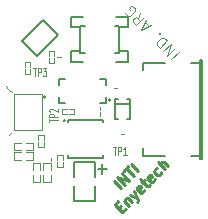
<source format=gbr>
G04 #@! TF.FileFunction,Legend,Top*
%FSLAX46Y46*%
G04 Gerber Fmt 4.6, Leading zero omitted, Abs format (unit mm)*
G04 Created by KiCad (PCBNEW 4.0.2+dfsg1-2~bpo8+1-stable) date jue 23 mar 2017 16:55:10 ART*
%MOMM*%
G01*
G04 APERTURE LIST*
%ADD10C,0.100000*%
%ADD11C,0.225000*%
%ADD12C,0.125000*%
%ADD13C,0.150000*%
%ADD14C,0.101600*%
%ADD15C,0.127000*%
%ADD16C,0.200660*%
%ADD17C,0.198120*%
G04 APERTURE END LIST*
D10*
D11*
X86643121Y-72832612D02*
X86006725Y-72196216D01*
X86946167Y-72529566D02*
X86309771Y-71893170D01*
X87309821Y-72165912D01*
X86673425Y-71529516D01*
X86885557Y-71317384D02*
X87249212Y-70953729D01*
X87703781Y-71771952D02*
X87067385Y-71135556D01*
X88097740Y-71377993D02*
X87461344Y-70741597D01*
X86374925Y-74534215D02*
X86587057Y-74322083D01*
X87011321Y-74564520D02*
X86708275Y-74867566D01*
X86071879Y-74231170D01*
X86374925Y-73928124D01*
X86859798Y-73867515D02*
X87284062Y-74291779D01*
X86920407Y-73928124D02*
X86920407Y-73867515D01*
X86950712Y-73776601D01*
X87041626Y-73685687D01*
X87132539Y-73655383D01*
X87223453Y-73685687D01*
X87556803Y-74019038D01*
X87374976Y-73352337D02*
X87950763Y-73625078D01*
X87678022Y-73049291D02*
X87950763Y-73625078D01*
X88041677Y-73837210D01*
X88041677Y-73897819D01*
X88011372Y-73988733D01*
X88556855Y-72958378D02*
X88526550Y-73049291D01*
X88405331Y-73170510D01*
X88314418Y-73200814D01*
X88223504Y-73170509D01*
X87981067Y-72928072D01*
X87950763Y-72837159D01*
X87981067Y-72746246D01*
X88102286Y-72625027D01*
X88193199Y-72594723D01*
X88284113Y-72625027D01*
X88344723Y-72685637D01*
X88102286Y-73049291D01*
X88375027Y-72352286D02*
X88617464Y-72109850D01*
X88253809Y-72049240D02*
X88799291Y-72594722D01*
X88890205Y-72625027D01*
X88981119Y-72594723D01*
X89041728Y-72534114D01*
X89465992Y-72049240D02*
X89435688Y-72140153D01*
X89314469Y-72261372D01*
X89223556Y-72291676D01*
X89132642Y-72261371D01*
X88890205Y-72018935D01*
X88859901Y-71928021D01*
X88890205Y-71837108D01*
X89011424Y-71715889D01*
X89102337Y-71685585D01*
X89193251Y-71715889D01*
X89253860Y-71776499D01*
X89011424Y-72140153D01*
X90041780Y-71473453D02*
X90011475Y-71564366D01*
X89890256Y-71685585D01*
X89799343Y-71715889D01*
X89738734Y-71715889D01*
X89647820Y-71685584D01*
X89465992Y-71503756D01*
X89435688Y-71412843D01*
X89435688Y-71352234D01*
X89465992Y-71261321D01*
X89587211Y-71140102D01*
X89678124Y-71109798D01*
X90344826Y-71231015D02*
X89708430Y-70594619D01*
X90617567Y-70958274D02*
X90284216Y-70624924D01*
X90193303Y-70594619D01*
X90102389Y-70624924D01*
X90011475Y-70715838D01*
X89981171Y-70806751D01*
X89981171Y-70867360D01*
D12*
X91492538Y-61266751D02*
X90856142Y-61903147D01*
X91189493Y-60963706D02*
X90553097Y-61600102D01*
X90825838Y-60600051D01*
X90189442Y-61236447D01*
X90522792Y-60297005D02*
X89886396Y-60933401D01*
X89734874Y-60781879D01*
X89674264Y-60660660D01*
X89674264Y-60539442D01*
X89704569Y-60448528D01*
X89795483Y-60297006D01*
X89886397Y-60206092D01*
X90037919Y-60115178D01*
X90128833Y-60084874D01*
X90250051Y-60084873D01*
X90371270Y-60145483D01*
X90522792Y-60297005D01*
X89825787Y-59721218D02*
X89825787Y-59660609D01*
X89886396Y-59660609D01*
X89886396Y-59721218D01*
X89825787Y-59721218D01*
X89886396Y-59660609D01*
X88946955Y-59084823D02*
X88643909Y-58781777D01*
X89189392Y-58963605D02*
X88340864Y-59387869D01*
X88765128Y-58539341D01*
X88189341Y-57963553D02*
X88098426Y-58478732D01*
X88552995Y-58327208D02*
X87916599Y-58963604D01*
X87674162Y-58721167D01*
X87643858Y-58630254D01*
X87643858Y-58569645D01*
X87674162Y-58478732D01*
X87765076Y-58387817D01*
X87855990Y-58357513D01*
X87916599Y-58357513D01*
X88007512Y-58387817D01*
X88249949Y-58630254D01*
X86977157Y-57963553D02*
X87007462Y-58054467D01*
X87098375Y-58145380D01*
X87219594Y-58205990D01*
X87340812Y-58205990D01*
X87431726Y-58175685D01*
X87583248Y-58084771D01*
X87674162Y-57993857D01*
X87765076Y-57842335D01*
X87795380Y-57751421D01*
X87795381Y-57630203D01*
X87734771Y-57508984D01*
X87674162Y-57448375D01*
X87552944Y-57387766D01*
X87492335Y-57387766D01*
X87280203Y-57599898D01*
X87401421Y-57721116D01*
D13*
X80019408Y-58573356D02*
X78223356Y-60369408D01*
X79480592Y-61626644D02*
X81276644Y-59830592D01*
X79480592Y-61626644D02*
X78223356Y-60369408D01*
X80019408Y-58573356D02*
X81276644Y-59830592D01*
D14*
X84825000Y-66700000D02*
X84825000Y-66400000D01*
X84825000Y-66200000D02*
X84825000Y-65900000D01*
X82650000Y-66570000D02*
X82250000Y-66570000D01*
X82650000Y-66130000D02*
X82650000Y-66570000D01*
X82250000Y-66130000D02*
X82650000Y-66130000D01*
X82050000Y-66130000D02*
X81650000Y-66130000D01*
X82050000Y-66570000D02*
X81650000Y-66570000D01*
X81650000Y-66130000D02*
X81650000Y-66570000D01*
X79630000Y-69300000D02*
X79630000Y-68900000D01*
X80070000Y-69300000D02*
X79630000Y-69300000D01*
X80070000Y-68900000D02*
X80070000Y-69300000D01*
X80070000Y-68700000D02*
X80070000Y-68300000D01*
X79630000Y-68700000D02*
X79630000Y-68300000D01*
X80070000Y-68300000D02*
X79630000Y-68300000D01*
X80650000Y-70250000D02*
X80650000Y-70550000D01*
X80530000Y-62200000D02*
X80530000Y-61800000D01*
X80970000Y-62200000D02*
X80530000Y-62200000D01*
X80970000Y-61800000D02*
X80970000Y-62200000D01*
X80970000Y-61600000D02*
X80970000Y-61200000D01*
X80530000Y-61600000D02*
X80530000Y-61200000D01*
X80970000Y-61200000D02*
X80530000Y-61200000D01*
X81500000Y-61700000D02*
X81200000Y-61700000D01*
X78920000Y-62150000D02*
X78920000Y-62550000D01*
X78480000Y-62150000D02*
X78920000Y-62150000D01*
X78480000Y-62550000D02*
X78480000Y-62150000D01*
X78480000Y-62750000D02*
X78480000Y-63150000D01*
X78920000Y-62750000D02*
X78920000Y-63150000D01*
X78480000Y-63150000D02*
X78920000Y-63150000D01*
X86300000Y-64300000D02*
X86000000Y-64300000D01*
X86900000Y-68200000D02*
X86600000Y-68200000D01*
D13*
X81878200Y-67106000D02*
G75*
G03X81878200Y-67106000I-76200J0D01*
G01*
D15*
X82105000Y-67030000D02*
X85055000Y-67030000D01*
X82105000Y-67030000D02*
X82105000Y-67230000D01*
X85055000Y-70230000D02*
X82105000Y-70230000D01*
X82105000Y-70030000D02*
X82105000Y-70230000D01*
X85055000Y-70230000D02*
X85055000Y-70030000D01*
X85055000Y-67030000D02*
X85055000Y-67230000D01*
D14*
X79170000Y-69620000D02*
X78550000Y-69620000D01*
X79170000Y-68980000D02*
X79170000Y-69620000D01*
X78550000Y-68980000D02*
X79170000Y-68980000D01*
X77530000Y-69620000D02*
X78150000Y-69620000D01*
X77530000Y-68980000D02*
X77530000Y-69620000D01*
X78150000Y-68980000D02*
X77530000Y-68980000D01*
X77530000Y-69780000D02*
X78150000Y-69780000D01*
X77530000Y-70420000D02*
X77530000Y-69780000D01*
X78150000Y-70420000D02*
X77530000Y-70420000D01*
X79170000Y-69780000D02*
X78550000Y-69780000D01*
X79170000Y-70420000D02*
X79170000Y-69780000D01*
X78550000Y-70420000D02*
X79170000Y-70420000D01*
X79130000Y-72320000D02*
X79130000Y-71700000D01*
X79770000Y-72320000D02*
X79130000Y-72320000D01*
X79770000Y-71700000D02*
X79770000Y-72320000D01*
X79130000Y-70680000D02*
X79130000Y-71300000D01*
X79770000Y-70680000D02*
X79130000Y-70680000D01*
X79770000Y-71300000D02*
X79770000Y-70680000D01*
X80030000Y-72320000D02*
X80030000Y-71700000D01*
X80670000Y-72320000D02*
X80030000Y-72320000D01*
X80670000Y-71700000D02*
X80670000Y-72320000D01*
X80030000Y-70680000D02*
X80030000Y-71300000D01*
X80670000Y-70680000D02*
X80030000Y-70680000D01*
X80670000Y-71300000D02*
X80670000Y-70680000D01*
D15*
X87400000Y-66950000D02*
X87150000Y-66950000D01*
X86100000Y-66950000D02*
X86350000Y-66950000D01*
X87400000Y-65250000D02*
X87150000Y-65250000D01*
X86100000Y-65250000D02*
X86350000Y-65250000D01*
X86100000Y-65650000D02*
X87400000Y-65650000D01*
X87400000Y-65250000D02*
X87400000Y-66950000D01*
X86100000Y-66950000D02*
X86100000Y-65250000D01*
D16*
X93398980Y-70341160D02*
X93398980Y-61938840D01*
X93500580Y-70341160D02*
X93500580Y-61938840D01*
X93500580Y-61938840D02*
X93299920Y-61938840D01*
X93299920Y-61938840D02*
X93299920Y-70341160D01*
X93299920Y-70341160D02*
X93500580Y-70341160D01*
X93432000Y-70077000D02*
X92543000Y-70077000D01*
X88479000Y-70077000D02*
X88479000Y-69442000D01*
X92543000Y-62203000D02*
X93432000Y-62203000D01*
X90384000Y-70077000D02*
X88479000Y-70077000D01*
X90320500Y-62203000D02*
X88479000Y-62203000D01*
X88479000Y-62838000D02*
X88479000Y-62203000D01*
D14*
X77356066Y-64706066D02*
X77143934Y-64493934D01*
X81670000Y-70000000D02*
X81670000Y-70400000D01*
X81230000Y-70000000D02*
X81670000Y-70000000D01*
X81230000Y-70400000D02*
X81230000Y-70000000D01*
X81230000Y-70600000D02*
X81230000Y-71000000D01*
X81670000Y-70600000D02*
X81670000Y-71000000D01*
X81230000Y-71000000D02*
X81670000Y-71000000D01*
X77056066Y-64406066D02*
X76843934Y-64193934D01*
D17*
X83400840Y-62109220D02*
X82384840Y-62109220D01*
X83527840Y-59061220D02*
X83146840Y-59061220D01*
X82384840Y-58299220D02*
X82384840Y-59188220D01*
X87210840Y-61220220D02*
X86448840Y-61220220D01*
X86448840Y-59188220D02*
X87210840Y-59188220D01*
X83146840Y-59188220D02*
X82384840Y-59188220D01*
X83146840Y-61220220D02*
X82384840Y-61220220D01*
X86448840Y-59061220D02*
X86448840Y-61403100D01*
X83146840Y-61347220D02*
X83146840Y-59061220D01*
X87210840Y-62109220D02*
X86194840Y-62109220D01*
X87210840Y-58299220D02*
X86194840Y-58299220D01*
X83400840Y-58299220D02*
X82384840Y-58299220D01*
X82384840Y-61220220D02*
X82384840Y-62109220D01*
X87210840Y-61220220D02*
X87210840Y-62109220D01*
X87210840Y-58299220D02*
X87210840Y-59188220D01*
X86448840Y-61403100D02*
X86067840Y-61403100D01*
X83527840Y-61347220D02*
X83146840Y-61347220D01*
X86448840Y-59061220D02*
X86067840Y-59061220D01*
D14*
X77143934Y-68306066D02*
X77356066Y-68093934D01*
D13*
X84650000Y-71200000D02*
X85450000Y-71200000D01*
X85050000Y-70800000D02*
X85050000Y-71600000D01*
X82661000Y-72600000D02*
X82661000Y-73870000D01*
X84439000Y-71838000D02*
X84439000Y-70568000D01*
X84439000Y-73870000D02*
X82661000Y-73870000D01*
X82661000Y-70568000D02*
X84439000Y-70568000D01*
X82661000Y-71838000D02*
X82661000Y-70568000D01*
X84439000Y-73806500D02*
X84439000Y-72600000D01*
X80211534Y-65104572D02*
G75*
G03X80211534Y-65104572I-68829J0D01*
G01*
D10*
X77527676Y-64874572D02*
X79927676Y-64874572D01*
X77527676Y-67874572D02*
X79927676Y-67874572D01*
X77527676Y-64874572D02*
X77527676Y-67874572D01*
X79927676Y-64874572D02*
X79927676Y-67874572D01*
D13*
X85707842Y-65362000D02*
G75*
G03X85707842Y-65362000I-71842J0D01*
G01*
D15*
X84850000Y-63600000D02*
X85350000Y-63600000D01*
X85350000Y-63600000D02*
X85350000Y-64100000D01*
X81350000Y-65600000D02*
X81350000Y-65100000D01*
X81850000Y-65600000D02*
X81350000Y-65600000D01*
X81350000Y-64100000D02*
X81350000Y-63600000D01*
X85350000Y-65600000D02*
X85350000Y-65100000D01*
X81350000Y-63600000D02*
X81850000Y-63600000D01*
X85350000Y-65600000D02*
X84850000Y-65600000D01*
D14*
X85973057Y-69310533D02*
X86234314Y-69310533D01*
X86103685Y-70021733D02*
X86103685Y-69310533D01*
X86386714Y-70021733D02*
X86386714Y-69310533D01*
X86560886Y-69310533D01*
X86604428Y-69344400D01*
X86626200Y-69378267D01*
X86647971Y-69446000D01*
X86647971Y-69547600D01*
X86626200Y-69615333D01*
X86604428Y-69649200D01*
X86560886Y-69683067D01*
X86386714Y-69683067D01*
X87083400Y-70021733D02*
X86822143Y-70021733D01*
X86952771Y-70021733D02*
X86952771Y-69310533D01*
X86909228Y-69412133D01*
X86865686Y-69479867D01*
X86822143Y-69513733D01*
X80560533Y-67176943D02*
X80560533Y-66915686D01*
X81271733Y-67046315D02*
X80560533Y-67046315D01*
X81271733Y-66763286D02*
X80560533Y-66763286D01*
X80560533Y-66589114D01*
X80594400Y-66545572D01*
X80628267Y-66523800D01*
X80696000Y-66502029D01*
X80797600Y-66502029D01*
X80865333Y-66523800D01*
X80899200Y-66545572D01*
X80933067Y-66589114D01*
X80933067Y-66763286D01*
X80628267Y-66327857D02*
X80594400Y-66306086D01*
X80560533Y-66262543D01*
X80560533Y-66153686D01*
X80594400Y-66110143D01*
X80628267Y-66088372D01*
X80696000Y-66066600D01*
X80763733Y-66066600D01*
X80865333Y-66088372D01*
X81271733Y-66349629D01*
X81271733Y-66066600D01*
X79173057Y-62610533D02*
X79434314Y-62610533D01*
X79303685Y-63321733D02*
X79303685Y-62610533D01*
X79586714Y-63321733D02*
X79586714Y-62610533D01*
X79760886Y-62610533D01*
X79804428Y-62644400D01*
X79826200Y-62678267D01*
X79847971Y-62746000D01*
X79847971Y-62847600D01*
X79826200Y-62915333D01*
X79804428Y-62949200D01*
X79760886Y-62983067D01*
X79586714Y-62983067D01*
X80000371Y-62610533D02*
X80283400Y-62610533D01*
X80131000Y-62881467D01*
X80196314Y-62881467D01*
X80239857Y-62915333D01*
X80261628Y-62949200D01*
X80283400Y-63016933D01*
X80283400Y-63186267D01*
X80261628Y-63254000D01*
X80239857Y-63287867D01*
X80196314Y-63321733D01*
X80065686Y-63321733D01*
X80022143Y-63287867D01*
X80000371Y-63254000D01*
M02*

</source>
